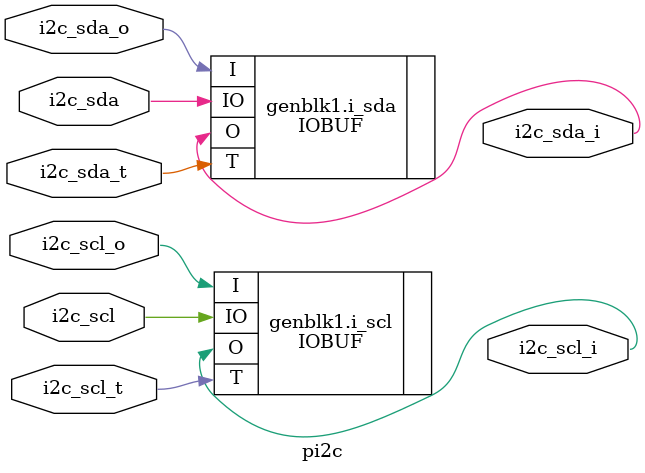
<source format=v>
module pi2c (/*AUTOARG*/
   // Outputs
   i2c_sda_i, i2c_scl_i,
   // Inouts
   i2c_sda, i2c_scl,
   // Inputs
   i2c_sda_o, i2c_sda_t, i2c_scl_o, i2c_scl_t
   );

   parameter PORTABLE = 0;
      
   input  i2c_sda_o;
   input  i2c_sda_t;
   output i2c_sda_i;
   
   input  i2c_scl_o;
   input  i2c_scl_t;
   output i2c_scl_i;
   
   inout  i2c_sda;
   inout  i2c_scl;
   
   generate
      if(PORTABLE==1) begin
	 wire   i2c_sda = i2c_sda_t ? 1'bz: i2c_sda_o;
	 wire   i2c_sda_i = i2c_sda;
	 
	 wire   i2c_scl = i2c_scl_t ? 1'bz : i2c_scl_o;
	 wire   i2c_scl_i = i2c_scl;
      end
      else
	begin
	   IOBUF #(
		   .DRIVE(8),              // Specify the output drive strength
		   .IBUF_LOW_PWR("TRUE"),  // Low Power - "TRUE", High Performance = "FALSE" 
		   .IOSTANDARD("DEFAULT"), // Specify the I/O standard
		   .SLEW("SLOW")           // Specify the output slew rate
		   ) i_sda (
			    .O(i2c_sda_i),  // Buffer output
			    .IO(i2c_sda),   // Buffer inout port (connect directly to top-level port)
			    .I(i2c_sda_o),  // Buffer input
			    .T(i2c_sda_t)   // 3-state enable input, high=input, low=output
			    );
	   
	   IOBUF #(
		   .DRIVE(8),
		   .IBUF_LOW_PWR("TRUE"),
		   .IOSTANDARD("DEFAULT"),
		   .SLEW("SLOW")   
		   ) i_scl (
			    .O(i2c_scl_i),
			    .IO(i2c_scl), 
			    .I(i2c_scl_o),
			    .T(i2c_scl_t) 
			    );
	end
   endgenerate
      
endmodule // pi2c



/*
  File: parallella_i2c
 
  This file is part of the Parallella FPGA Reference Design.

 Copyright (C) 2013-2015 Adapteva, Inc.
 Contributed by Fred Huettig
 Contributed by Andreas Olofsson

  This program is free software: you can redistribute it and/or modify
  it under the terms of the GNU General Public License as published by
  the Free Software Foundation, either version 3 of the License, or
  (at your option) any later version.

  This program is distributed in the hope that it will be useful,
  but WITHOUT ANY WARRANTY; without even the implied warranty of
  MERCHANTABILITY or FITNESS FOR A PARTICULAR PURPOSE.  See the
  GNU General Public License for more details.

  You should have received a copy of the GNU General Public License
  along with this program (see the file COPYING).  If not, see
  <http://www.gnu.org/licenses/>.
*/

</source>
